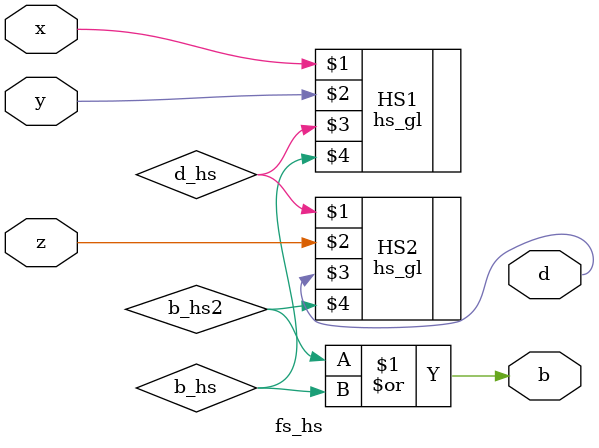
<source format=v>
module fs_hs(x,y,z,d,b);
  input x,y,z;
  output d,b;
  
  hs_gl HS1(x,y,d_hs,b_hs);
  hs_gl HS2(d_hs,z,d,b_hs2);
  or O1(b,b_hs2,b_hs);
endmodule

</source>
